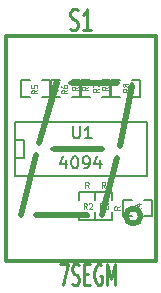
<source format=gto>
G04 (created by PCBNEW (2012-nov-02)-testing) date 20.01.2013 (нд)  8,50,36 EET*
%MOIN*%
G04 Gerber Fmt 3.4, Leading zero omitted, Abs format*
%FSLAX34Y34*%
G01*
G70*
G90*
G04 APERTURE LIST*
%ADD10C,0.006*%
%ADD11C,0.008*%
%ADD12C,0.005*%
%ADD13C,0.02*%
%ADD14C,0.012*%
%ADD15C,0.0045*%
%ADD16C,0.01125*%
%ADD17C,0.01*%
G04 APERTURE END LIST*
G54D10*
G54D11*
X83300Y-52200D02*
X83600Y-52200D01*
X83600Y-52200D02*
X83600Y-52800D01*
X83600Y-52800D02*
X83300Y-52800D01*
X87700Y-51600D02*
X87700Y-53400D01*
X87700Y-53400D02*
X83300Y-53400D01*
X83300Y-53400D02*
X83300Y-51600D01*
X83300Y-51600D02*
X87700Y-51600D01*
G54D12*
X85983Y-54212D02*
X85983Y-53934D01*
X85983Y-53934D02*
X85433Y-53934D01*
X85433Y-53934D02*
X85433Y-54212D01*
X85983Y-54884D02*
X85983Y-54606D01*
X85983Y-54884D02*
X85433Y-54884D01*
X85433Y-54884D02*
X85433Y-54606D01*
X86534Y-54212D02*
X86534Y-53934D01*
X86534Y-53934D02*
X85984Y-53934D01*
X85984Y-53934D02*
X85984Y-54212D01*
X86534Y-54884D02*
X86534Y-54606D01*
X86534Y-54884D02*
X85984Y-54884D01*
X85984Y-54884D02*
X85984Y-54606D01*
X87204Y-54213D02*
X86926Y-54213D01*
X86926Y-54213D02*
X86926Y-54763D01*
X86926Y-54763D02*
X87204Y-54763D01*
X87876Y-54213D02*
X87598Y-54213D01*
X87876Y-54213D02*
X87876Y-54763D01*
X87876Y-54763D02*
X87598Y-54763D01*
X84197Y-50775D02*
X84475Y-50775D01*
X84475Y-50775D02*
X84475Y-50225D01*
X84475Y-50225D02*
X84197Y-50225D01*
X83525Y-50775D02*
X83803Y-50775D01*
X83525Y-50775D02*
X83525Y-50225D01*
X83525Y-50225D02*
X83803Y-50225D01*
X85197Y-50775D02*
X85475Y-50775D01*
X85475Y-50775D02*
X85475Y-50225D01*
X85475Y-50225D02*
X85197Y-50225D01*
X84525Y-50775D02*
X84803Y-50775D01*
X84525Y-50775D02*
X84525Y-50225D01*
X84525Y-50225D02*
X84803Y-50225D01*
X85803Y-50225D02*
X85525Y-50225D01*
X85525Y-50225D02*
X85525Y-50775D01*
X85525Y-50775D02*
X85803Y-50775D01*
X86475Y-50225D02*
X86197Y-50225D01*
X86475Y-50225D02*
X86475Y-50775D01*
X86475Y-50775D02*
X86197Y-50775D01*
X86803Y-50225D02*
X86525Y-50225D01*
X86525Y-50225D02*
X86525Y-50775D01*
X86525Y-50775D02*
X86803Y-50775D01*
X87475Y-50225D02*
X87197Y-50225D01*
X87475Y-50225D02*
X87475Y-50775D01*
X87475Y-50775D02*
X87197Y-50775D01*
G54D13*
X86700Y-52800D02*
X86200Y-54700D01*
X84000Y-54700D02*
X85700Y-54700D01*
X84000Y-52700D02*
X83500Y-54700D01*
X84700Y-50300D02*
X84100Y-52300D01*
X85200Y-50300D02*
X86700Y-50300D01*
X84600Y-52500D02*
X86200Y-52500D01*
X87200Y-50400D02*
X86800Y-52400D01*
X87500Y-54750D02*
G75*
G03X87500Y-54750I-250J0D01*
G74*
G01*
G54D14*
X84000Y-54750D02*
X85750Y-54750D01*
X83500Y-48750D02*
X83000Y-48750D01*
X83000Y-48750D02*
X83000Y-56250D01*
X83000Y-56250D02*
X83500Y-56250D01*
X87500Y-56250D02*
X88000Y-56250D01*
X88000Y-56250D02*
X88000Y-48750D01*
X88000Y-48750D02*
X87500Y-48750D01*
X83500Y-56250D02*
X87500Y-56250D01*
X87500Y-48750D02*
X83500Y-48750D01*
X84550Y-52500D02*
X86250Y-52500D01*
X86850Y-52300D02*
X87200Y-50350D01*
X85150Y-50300D02*
X86700Y-50300D01*
X84100Y-52250D02*
X84650Y-50300D01*
X84000Y-52700D02*
X83500Y-54750D01*
G54D11*
X85245Y-51761D02*
X85245Y-52085D01*
X85264Y-52123D01*
X85283Y-52142D01*
X85321Y-52161D01*
X85397Y-52161D01*
X85435Y-52142D01*
X85454Y-52123D01*
X85473Y-52085D01*
X85473Y-51761D01*
X85873Y-52161D02*
X85645Y-52161D01*
X85759Y-52161D02*
X85759Y-51761D01*
X85721Y-51819D01*
X85683Y-51857D01*
X85645Y-51876D01*
X85004Y-52895D02*
X85004Y-53161D01*
X84909Y-52742D02*
X84814Y-53028D01*
X85061Y-53028D01*
X85290Y-52761D02*
X85328Y-52761D01*
X85366Y-52780D01*
X85385Y-52800D01*
X85404Y-52838D01*
X85423Y-52914D01*
X85423Y-53009D01*
X85404Y-53085D01*
X85385Y-53123D01*
X85366Y-53142D01*
X85328Y-53161D01*
X85290Y-53161D01*
X85252Y-53142D01*
X85233Y-53123D01*
X85214Y-53085D01*
X85195Y-53009D01*
X85195Y-52914D01*
X85214Y-52838D01*
X85233Y-52800D01*
X85252Y-52780D01*
X85290Y-52761D01*
X85614Y-53161D02*
X85690Y-53161D01*
X85728Y-53142D01*
X85747Y-53123D01*
X85785Y-53066D01*
X85804Y-52990D01*
X85804Y-52838D01*
X85785Y-52800D01*
X85766Y-52780D01*
X85728Y-52761D01*
X85652Y-52761D01*
X85614Y-52780D01*
X85595Y-52800D01*
X85576Y-52838D01*
X85576Y-52933D01*
X85595Y-52971D01*
X85614Y-52990D01*
X85652Y-53009D01*
X85728Y-53009D01*
X85766Y-52990D01*
X85785Y-52971D01*
X85804Y-52933D01*
X86147Y-52895D02*
X86147Y-53161D01*
X86052Y-52742D02*
X85957Y-53028D01*
X86204Y-53028D01*
G54D15*
X85703Y-54514D02*
X85643Y-54420D01*
X85600Y-54514D02*
X85600Y-54317D01*
X85669Y-54317D01*
X85686Y-54326D01*
X85695Y-54335D01*
X85703Y-54354D01*
X85703Y-54382D01*
X85695Y-54401D01*
X85686Y-54410D01*
X85669Y-54420D01*
X85600Y-54420D01*
X85772Y-54335D02*
X85780Y-54326D01*
X85797Y-54317D01*
X85840Y-54317D01*
X85857Y-54326D01*
X85866Y-54335D01*
X85875Y-54354D01*
X85875Y-54373D01*
X85866Y-54401D01*
X85763Y-54514D01*
X85875Y-54514D01*
X85764Y-53821D02*
X85704Y-53726D01*
X85661Y-53821D02*
X85661Y-53621D01*
X85730Y-53621D01*
X85747Y-53630D01*
X85755Y-53640D01*
X85764Y-53659D01*
X85764Y-53688D01*
X85755Y-53707D01*
X85747Y-53716D01*
X85730Y-53726D01*
X85661Y-53726D01*
X86254Y-54514D02*
X86194Y-54420D01*
X86151Y-54514D02*
X86151Y-54317D01*
X86220Y-54317D01*
X86237Y-54326D01*
X86246Y-54335D01*
X86254Y-54354D01*
X86254Y-54382D01*
X86246Y-54401D01*
X86237Y-54410D01*
X86220Y-54420D01*
X86151Y-54420D01*
X86314Y-54317D02*
X86426Y-54317D01*
X86366Y-54392D01*
X86391Y-54392D01*
X86409Y-54401D01*
X86417Y-54410D01*
X86426Y-54429D01*
X86426Y-54476D01*
X86417Y-54495D01*
X86409Y-54504D01*
X86391Y-54514D01*
X86340Y-54514D01*
X86323Y-54504D01*
X86314Y-54495D01*
X86315Y-53821D02*
X86255Y-53726D01*
X86212Y-53821D02*
X86212Y-53621D01*
X86281Y-53621D01*
X86298Y-53630D01*
X86306Y-53640D01*
X86315Y-53659D01*
X86315Y-53688D01*
X86306Y-53707D01*
X86298Y-53716D01*
X86281Y-53726D01*
X86212Y-53726D01*
X87506Y-54493D02*
X87412Y-54553D01*
X87506Y-54596D02*
X87309Y-54596D01*
X87309Y-54527D01*
X87318Y-54510D01*
X87328Y-54501D01*
X87346Y-54493D01*
X87374Y-54493D01*
X87393Y-54501D01*
X87403Y-54510D01*
X87412Y-54527D01*
X87412Y-54596D01*
X87374Y-54338D02*
X87506Y-54338D01*
X87299Y-54381D02*
X87440Y-54424D01*
X87440Y-54313D01*
X86813Y-54432D02*
X86718Y-54492D01*
X86813Y-54535D02*
X86613Y-54535D01*
X86613Y-54466D01*
X86623Y-54449D01*
X86632Y-54441D01*
X86651Y-54432D01*
X86680Y-54432D01*
X86699Y-54441D01*
X86708Y-54449D01*
X86718Y-54466D01*
X86718Y-54535D01*
X84054Y-50555D02*
X83960Y-50615D01*
X84054Y-50657D02*
X83857Y-50657D01*
X83857Y-50589D01*
X83867Y-50572D01*
X83876Y-50563D01*
X83895Y-50555D01*
X83923Y-50555D01*
X83942Y-50563D01*
X83951Y-50572D01*
X83960Y-50589D01*
X83960Y-50657D01*
X83857Y-50392D02*
X83857Y-50477D01*
X83951Y-50486D01*
X83942Y-50477D01*
X83932Y-50460D01*
X83932Y-50417D01*
X83942Y-50400D01*
X83951Y-50392D01*
X83970Y-50383D01*
X84017Y-50383D01*
X84035Y-50392D01*
X84045Y-50400D01*
X84054Y-50417D01*
X84054Y-50460D01*
X84045Y-50477D01*
X84035Y-50486D01*
X84749Y-50444D02*
X84654Y-50504D01*
X84749Y-50547D02*
X84549Y-50547D01*
X84549Y-50478D01*
X84559Y-50461D01*
X84569Y-50452D01*
X84588Y-50444D01*
X84616Y-50444D01*
X84635Y-50452D01*
X84645Y-50461D01*
X84654Y-50478D01*
X84654Y-50547D01*
X85054Y-50555D02*
X84960Y-50615D01*
X85054Y-50657D02*
X84857Y-50657D01*
X84857Y-50589D01*
X84867Y-50572D01*
X84876Y-50563D01*
X84895Y-50555D01*
X84923Y-50555D01*
X84942Y-50563D01*
X84951Y-50572D01*
X84960Y-50589D01*
X84960Y-50657D01*
X84857Y-50400D02*
X84857Y-50435D01*
X84867Y-50452D01*
X84876Y-50460D01*
X84904Y-50477D01*
X84942Y-50486D01*
X85017Y-50486D01*
X85035Y-50477D01*
X85045Y-50469D01*
X85054Y-50452D01*
X85054Y-50417D01*
X85045Y-50400D01*
X85035Y-50392D01*
X85017Y-50383D01*
X84970Y-50383D01*
X84951Y-50392D01*
X84942Y-50400D01*
X84932Y-50417D01*
X84932Y-50452D01*
X84942Y-50469D01*
X84951Y-50477D01*
X84970Y-50486D01*
X85749Y-50444D02*
X85654Y-50504D01*
X85749Y-50547D02*
X85549Y-50547D01*
X85549Y-50478D01*
X85559Y-50461D01*
X85569Y-50452D01*
X85588Y-50444D01*
X85616Y-50444D01*
X85635Y-50452D01*
X85645Y-50461D01*
X85654Y-50478D01*
X85654Y-50547D01*
X86104Y-50505D02*
X86010Y-50565D01*
X86104Y-50607D02*
X85907Y-50607D01*
X85907Y-50539D01*
X85917Y-50522D01*
X85926Y-50513D01*
X85945Y-50505D01*
X85973Y-50505D01*
X85992Y-50513D01*
X86001Y-50522D01*
X86010Y-50539D01*
X86010Y-50607D01*
X85907Y-50445D02*
X85907Y-50325D01*
X86104Y-50402D01*
X85411Y-50444D02*
X85316Y-50504D01*
X85411Y-50547D02*
X85211Y-50547D01*
X85211Y-50478D01*
X85221Y-50461D01*
X85231Y-50452D01*
X85250Y-50444D01*
X85278Y-50444D01*
X85297Y-50452D01*
X85307Y-50461D01*
X85316Y-50478D01*
X85316Y-50547D01*
X87104Y-50505D02*
X87010Y-50565D01*
X87104Y-50607D02*
X86907Y-50607D01*
X86907Y-50539D01*
X86917Y-50522D01*
X86926Y-50513D01*
X86945Y-50505D01*
X86973Y-50505D01*
X86992Y-50513D01*
X87001Y-50522D01*
X87010Y-50539D01*
X87010Y-50607D01*
X86992Y-50402D02*
X86982Y-50419D01*
X86973Y-50427D01*
X86954Y-50436D01*
X86945Y-50436D01*
X86926Y-50427D01*
X86917Y-50419D01*
X86907Y-50402D01*
X86907Y-50367D01*
X86917Y-50350D01*
X86926Y-50342D01*
X86945Y-50333D01*
X86954Y-50333D01*
X86973Y-50342D01*
X86982Y-50350D01*
X86992Y-50367D01*
X86992Y-50402D01*
X87001Y-50419D01*
X87010Y-50427D01*
X87029Y-50436D01*
X87067Y-50436D01*
X87085Y-50427D01*
X87095Y-50419D01*
X87104Y-50402D01*
X87104Y-50367D01*
X87095Y-50350D01*
X87085Y-50342D01*
X87067Y-50333D01*
X87029Y-50333D01*
X87010Y-50342D01*
X87001Y-50350D01*
X86992Y-50367D01*
X86411Y-50444D02*
X86316Y-50504D01*
X86411Y-50547D02*
X86211Y-50547D01*
X86211Y-50478D01*
X86221Y-50461D01*
X86231Y-50452D01*
X86250Y-50444D01*
X86278Y-50444D01*
X86297Y-50452D01*
X86307Y-50461D01*
X86316Y-50478D01*
X86316Y-50547D01*
G54D16*
X85157Y-48500D02*
X85221Y-48533D01*
X85328Y-48533D01*
X85371Y-48500D01*
X85392Y-48466D01*
X85414Y-48400D01*
X85414Y-48333D01*
X85392Y-48266D01*
X85371Y-48233D01*
X85328Y-48200D01*
X85242Y-48166D01*
X85200Y-48133D01*
X85178Y-48100D01*
X85157Y-48033D01*
X85157Y-47966D01*
X85178Y-47900D01*
X85200Y-47866D01*
X85242Y-47833D01*
X85350Y-47833D01*
X85414Y-47866D01*
X85842Y-48533D02*
X85585Y-48533D01*
X85714Y-48533D02*
X85714Y-47833D01*
X85671Y-47933D01*
X85628Y-48000D01*
X85585Y-48033D01*
G54D14*
G54D17*
X84816Y-56333D02*
X85083Y-56333D01*
X84911Y-57033D01*
X85216Y-57000D02*
X85273Y-57033D01*
X85369Y-57033D01*
X85407Y-57000D01*
X85426Y-56966D01*
X85445Y-56900D01*
X85445Y-56833D01*
X85426Y-56766D01*
X85407Y-56733D01*
X85369Y-56700D01*
X85292Y-56666D01*
X85254Y-56633D01*
X85235Y-56600D01*
X85216Y-56533D01*
X85216Y-56466D01*
X85235Y-56400D01*
X85254Y-56366D01*
X85292Y-56333D01*
X85388Y-56333D01*
X85445Y-56366D01*
X85616Y-56666D02*
X85750Y-56666D01*
X85807Y-57033D02*
X85616Y-57033D01*
X85616Y-56333D01*
X85807Y-56333D01*
X86188Y-56366D02*
X86150Y-56333D01*
X86092Y-56333D01*
X86035Y-56366D01*
X85997Y-56433D01*
X85978Y-56500D01*
X85959Y-56633D01*
X85959Y-56733D01*
X85978Y-56866D01*
X85997Y-56933D01*
X86035Y-57000D01*
X86092Y-57033D01*
X86130Y-57033D01*
X86188Y-57000D01*
X86207Y-56966D01*
X86207Y-56733D01*
X86130Y-56733D01*
X86378Y-57033D02*
X86378Y-56333D01*
X86511Y-56833D01*
X86645Y-56333D01*
X86645Y-57033D01*
G54D14*
M02*

</source>
